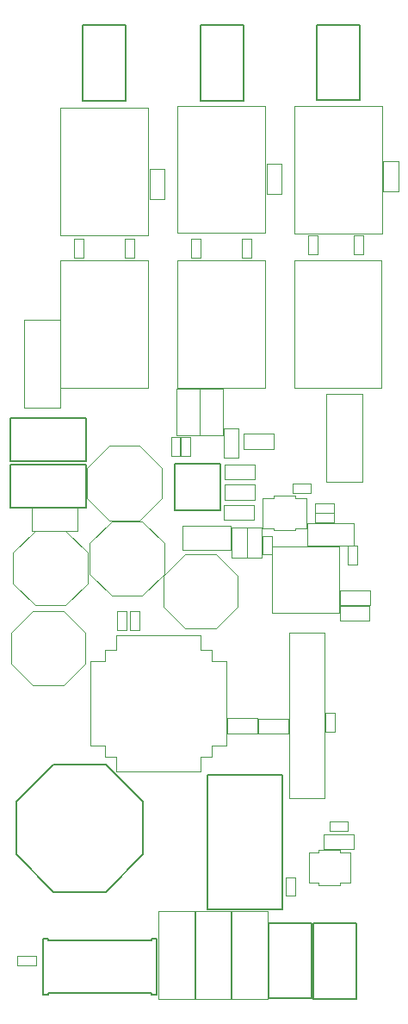
<source format=gbr>
%TF.GenerationSoftware,KiCad,Pcbnew,9.0.2*%
%TF.CreationDate,2025-08-16T18:35:03-07:00*%
%TF.ProjectId,Transmitter,5472616e-736d-4697-9474-65722e6b6963,rev?*%
%TF.SameCoordinates,Original*%
%TF.FileFunction,Other,User*%
%FSLAX46Y46*%
G04 Gerber Fmt 4.6, Leading zero omitted, Abs format (unit mm)*
G04 Created by KiCad (PCBNEW 9.0.2) date 2025-08-16 18:35:03*
%MOMM*%
%LPD*%
G01*
G04 APERTURE LIST*
%ADD10C,0.050000*%
%ADD11C,0.100000*%
%ADD12C,0.152400*%
%ADD13C,0.025400*%
G04 APERTURE END LIST*
D10*
%TO.C,R20*%
X117580000Y-94690000D02*
X114620000Y-94690000D01*
X117580000Y-93230000D02*
X117580000Y-94690000D01*
X114620000Y-94690000D02*
X114620000Y-93230000D01*
X114620000Y-93230000D02*
X117580000Y-93230000D01*
%TO.C,D1*%
X114527000Y-94685000D02*
X111567000Y-94685000D01*
X114527000Y-93225000D02*
X114527000Y-94685000D01*
X111567000Y-94685000D02*
X111567000Y-93225000D01*
X111567000Y-93225000D02*
X114527000Y-93225000D01*
%TO.C,U4*%
X119375000Y-74545000D02*
X119375000Y-71555000D01*
X119375000Y-71555000D02*
X118295000Y-71555000D01*
X118295000Y-74750000D02*
X118295000Y-74545000D01*
X118295000Y-74545000D02*
X119375000Y-74545000D01*
X118295000Y-71555000D02*
X118295000Y-71350000D01*
X118295000Y-71350000D02*
X116195000Y-71350000D01*
X116195000Y-74750000D02*
X118295000Y-74750000D01*
X116195000Y-74545000D02*
X116195000Y-74750000D01*
X116195000Y-71555000D02*
X115115000Y-71555000D01*
X116195000Y-71350000D02*
X116195000Y-71555000D01*
X115115000Y-74545000D02*
X116195000Y-74545000D01*
X115115000Y-71555000D02*
X115115000Y-74545000D01*
%TO.C,R16*%
X111190000Y-60867500D02*
X111190000Y-65427500D01*
X108930000Y-60867500D02*
X111190000Y-60867500D01*
X111190000Y-65427500D02*
X108930000Y-65427500D01*
X108930000Y-65427500D02*
X108930000Y-60867500D01*
%TO.C,R15*%
X108880000Y-60872500D02*
X108880000Y-65432500D01*
X106620000Y-60872500D02*
X108880000Y-60872500D01*
X108880000Y-65432500D02*
X106620000Y-65432500D01*
X106620000Y-65432500D02*
X106620000Y-60872500D01*
%TO.C,R13*%
X92345000Y-72520000D02*
X96905000Y-72520000D01*
X92345000Y-74780000D02*
X92345000Y-72520000D01*
X96905000Y-72520000D02*
X96905000Y-74780000D01*
X96905000Y-74780000D02*
X92345000Y-74780000D01*
%TO.C,R11*%
X124010000Y-76290000D02*
X119450000Y-76290000D01*
X124010000Y-74030000D02*
X124010000Y-76290000D01*
X119450000Y-76290000D02*
X119450000Y-74030000D01*
X119450000Y-74030000D02*
X124010000Y-74030000D01*
%TO.C,C11*%
X125635000Y-82100000D02*
X122675000Y-82100000D01*
X125635000Y-80640000D02*
X125635000Y-82100000D01*
X122675000Y-82100000D02*
X122675000Y-80640000D01*
X122675000Y-80640000D02*
X125635000Y-80640000D01*
%TO.C,C12*%
X122655000Y-82170000D02*
X125615000Y-82170000D01*
X122655000Y-83630000D02*
X122655000Y-82170000D01*
X125615000Y-82170000D02*
X125615000Y-83630000D01*
X125615000Y-83630000D02*
X122655000Y-83630000D01*
%TO.C,C6*%
X113570000Y-77435000D02*
X113570000Y-74475000D01*
X115030000Y-77435000D02*
X113570000Y-77435000D01*
X113570000Y-74475000D02*
X115030000Y-74475000D01*
X115030000Y-74475000D02*
X115030000Y-77435000D01*
%TO.C,C5*%
X112060000Y-77435000D02*
X112060000Y-74475000D01*
X113520000Y-77435000D02*
X112060000Y-77435000D01*
X112060000Y-74475000D02*
X113520000Y-74475000D01*
X113520000Y-74475000D02*
X113520000Y-77435000D01*
%TO.C,C1*%
X124040000Y-106056000D02*
X121080000Y-106056000D01*
X124040000Y-104596000D02*
X124040000Y-106056000D01*
X121080000Y-106056000D02*
X121080000Y-104596000D01*
X121080000Y-104596000D02*
X124040000Y-104596000D01*
%TO.C,C3*%
X117360000Y-108830000D02*
X118280000Y-108830000D01*
X117360000Y-110650000D02*
X117360000Y-108830000D01*
X118280000Y-108830000D02*
X118280000Y-110650000D01*
X118280000Y-110650000D02*
X117360000Y-110650000D01*
%TO.C,C13*%
X118010000Y-70140000D02*
X119830000Y-70140000D01*
X118010000Y-71060000D02*
X118010000Y-70140000D01*
X119830000Y-70140000D02*
X119830000Y-71060000D01*
X119830000Y-71060000D02*
X118010000Y-71060000D01*
D11*
%TO.C,Q5*%
X106700000Y-48250000D02*
X115300000Y-48250000D01*
X106700000Y-60750000D02*
X106700000Y-48250000D01*
X115300000Y-48250000D02*
X115300000Y-60750000D01*
X115300000Y-60750000D02*
X106700000Y-60750000D01*
D10*
%TO.C,C9*%
X115470000Y-38720000D02*
X116930000Y-38720000D01*
X115470000Y-41680000D02*
X115470000Y-38720000D01*
X116930000Y-38720000D02*
X116930000Y-41680000D01*
X116930000Y-41680000D02*
X115470000Y-41680000D01*
%TO.C,R19*%
X111270000Y-64695000D02*
X112730000Y-64695000D01*
X111270000Y-67655000D02*
X111270000Y-64695000D01*
X112730000Y-64695000D02*
X112730000Y-67655000D01*
X112730000Y-67655000D02*
X111270000Y-67655000D01*
D12*
%TO.C,J6*%
X115679100Y-113307700D02*
X115679100Y-120724500D01*
X115679100Y-120724500D02*
X119920900Y-120724500D01*
X119920900Y-113307700D02*
X115679100Y-113307700D01*
X119920900Y-120724500D02*
X119920900Y-113307700D01*
D10*
%TO.C,C19*%
X113245000Y-65270000D02*
X116205000Y-65270000D01*
X113245000Y-66730000D02*
X113245000Y-65270000D01*
X116205000Y-65270000D02*
X116205000Y-66730000D01*
X116205000Y-66730000D02*
X113245000Y-66730000D01*
D11*
%TO.C,Q6*%
X106700000Y-33050000D02*
X115300000Y-33050000D01*
X106700000Y-45550000D02*
X106700000Y-33050000D01*
X115300000Y-33050000D02*
X115300000Y-45550000D01*
X115300000Y-45550000D02*
X106700000Y-45550000D01*
D10*
%TO.C,C8*%
X103970000Y-39245000D02*
X105430000Y-39245000D01*
X103970000Y-42205000D02*
X103970000Y-39245000D01*
X105430000Y-39245000D02*
X105430000Y-42205000D01*
X105430000Y-42205000D02*
X103970000Y-42205000D01*
D12*
%TO.C,J7*%
X120079100Y-113351600D02*
X120079100Y-120768400D01*
X120079100Y-120768400D02*
X124320900Y-120768400D01*
X124320900Y-113351600D02*
X120079100Y-113351600D01*
X124320900Y-120768400D02*
X124320900Y-113351600D01*
D10*
%TO.C,R1*%
X121260000Y-92660000D02*
X122200000Y-92660000D01*
X121260000Y-94520000D02*
X121260000Y-92660000D01*
X122200000Y-92660000D02*
X122200000Y-94520000D01*
X122200000Y-94520000D02*
X121260000Y-94520000D01*
D11*
%TO.C,Q3*%
X95200000Y-33250000D02*
X103800000Y-33250000D01*
X95200000Y-45750000D02*
X95200000Y-33250000D01*
X103800000Y-33250000D02*
X103800000Y-45750000D01*
X103800000Y-45750000D02*
X95200000Y-45750000D01*
D12*
%TO.C,J2*%
X97359100Y-25121600D02*
X97359100Y-32538400D01*
X97359100Y-32538400D02*
X101600900Y-32538400D01*
X101600900Y-25121600D02*
X97359100Y-25121600D01*
X101600900Y-32538400D02*
X101600900Y-25121600D01*
%TO.C,U1*%
X109617000Y-98791100D02*
X109617000Y-111999100D01*
X109617000Y-111999100D02*
X116983000Y-111999100D01*
X116983000Y-98791100D02*
X109617000Y-98791100D01*
X116983000Y-111999100D02*
X116983000Y-98791100D01*
D10*
%TO.C,C2*%
X121670000Y-103366000D02*
X123490000Y-103366000D01*
X121670000Y-104286000D02*
X121670000Y-103366000D01*
X123490000Y-103366000D02*
X123490000Y-104286000D01*
X123490000Y-104286000D02*
X121670000Y-104286000D01*
%TO.C,R3*%
X100730000Y-82700000D02*
X101670000Y-82700000D01*
X100730000Y-84560000D02*
X100730000Y-82700000D01*
X101670000Y-82700000D02*
X101670000Y-84560000D01*
X101670000Y-84560000D02*
X100730000Y-84560000D01*
D12*
%TO.C,J9*%
X90305500Y-63747650D02*
X90305500Y-67989450D01*
X90305500Y-67989450D02*
X97722300Y-67989450D01*
X97722300Y-63747650D02*
X90305500Y-63747650D01*
X97722300Y-67989450D02*
X97722300Y-63747650D01*
D10*
%TO.C,R4*%
X101520000Y-46070000D02*
X102460000Y-46070000D01*
X101520000Y-47930000D02*
X101520000Y-46070000D01*
X102460000Y-46070000D02*
X102460000Y-47930000D01*
X102460000Y-47930000D02*
X101520000Y-47930000D01*
D12*
%TO.C,J1*%
X93502000Y-114886800D02*
X93502000Y-120347800D01*
X93502000Y-120347800D02*
X94010000Y-120347800D01*
X94010000Y-114886800D02*
X93502000Y-114886800D01*
X94010000Y-115039200D02*
X94010000Y-114886800D01*
X94010000Y-120220800D02*
X104170000Y-120220800D01*
X94010000Y-120347800D02*
X94010000Y-120220800D01*
X104170000Y-114886800D02*
X104170000Y-115039200D01*
X104170000Y-115039200D02*
X94010000Y-115039200D01*
X104170000Y-120220800D02*
X104170000Y-120347800D01*
X104170000Y-120347800D02*
X104678000Y-120347800D01*
X104678000Y-114886800D02*
X104170000Y-114886800D01*
X104678000Y-120347800D02*
X104678000Y-114886800D01*
D10*
%TO.C,R17*%
X111345000Y-70270000D02*
X114305000Y-70270000D01*
X111345000Y-71730000D02*
X111345000Y-70270000D01*
X114305000Y-70270000D02*
X114305000Y-71730000D01*
X114305000Y-71730000D02*
X111345000Y-71730000D01*
%TO.C,J12*%
X104830000Y-112150000D02*
X104830000Y-120770000D01*
X104830000Y-120770000D02*
X108370000Y-120770000D01*
X108370000Y-112150000D02*
X104830000Y-112150000D01*
X108370000Y-120770000D02*
X108370000Y-112150000D01*
%TO.C,U2*%
X98125000Y-87600000D02*
X99575000Y-87600000D01*
X98125000Y-95900000D02*
X98125000Y-87600000D01*
X99575000Y-86500000D02*
X100675000Y-86500000D01*
X99575000Y-87600000D02*
X99575000Y-86500000D01*
X99575000Y-95900000D02*
X98125000Y-95900000D01*
X99575000Y-97000000D02*
X99575000Y-95900000D01*
X100675000Y-85050000D02*
X108975000Y-85050000D01*
X100675000Y-86500000D02*
X100675000Y-85050000D01*
X100675000Y-97000000D02*
X99575000Y-97000000D01*
X100675000Y-98450000D02*
X100675000Y-97000000D01*
X108975000Y-85050000D02*
X108975000Y-86500000D01*
X108975000Y-86500000D02*
X110075000Y-86500000D01*
X108975000Y-97000000D02*
X108975000Y-98450000D01*
X108975000Y-98450000D02*
X100675000Y-98450000D01*
X110075000Y-86500000D02*
X110075000Y-87600000D01*
X110075000Y-87600000D02*
X111525000Y-87600000D01*
X110075000Y-95900000D02*
X110075000Y-97000000D01*
X110075000Y-97000000D02*
X108975000Y-97000000D01*
X111525000Y-87600000D02*
X111525000Y-95900000D01*
X111525000Y-95900000D02*
X110075000Y-95900000D01*
%TO.C,L2*%
X107225000Y-74300000D02*
X111925000Y-74300000D01*
X107225000Y-76700000D02*
X107225000Y-74300000D01*
X111925000Y-74300000D02*
X111925000Y-76700000D01*
X111925000Y-76700000D02*
X107225000Y-76700000D01*
D12*
%TO.C,J4*%
X108999100Y-25131600D02*
X108999100Y-32548400D01*
X108999100Y-32548400D02*
X113240900Y-32548400D01*
X113240900Y-25131600D02*
X108999100Y-25131600D01*
X113240900Y-32548400D02*
X113240900Y-25131600D01*
%TO.C,J8*%
X90285500Y-68257650D02*
X90285500Y-72499450D01*
X90285500Y-72499450D02*
X97702300Y-72499450D01*
X97702300Y-68257650D02*
X90285500Y-68257650D01*
X97702300Y-72499450D02*
X97702300Y-68257650D01*
D10*
%TO.C,J14*%
X108430000Y-112150000D02*
X108430000Y-120770000D01*
X108430000Y-120770000D02*
X111970000Y-120770000D01*
X111970000Y-112150000D02*
X108430000Y-112150000D01*
X111970000Y-120770000D02*
X111970000Y-112150000D01*
D11*
%TO.C,Q9*%
X118200000Y-48250000D02*
X126800000Y-48250000D01*
X118200000Y-60750000D02*
X118200000Y-48250000D01*
X126800000Y-48250000D02*
X126800000Y-60750000D01*
X126800000Y-60750000D02*
X118200000Y-60750000D01*
D10*
%TO.C,U3*%
X119612500Y-106380000D02*
X120612500Y-106380000D01*
X119612500Y-109380000D02*
X119612500Y-106380000D01*
X120612500Y-106180000D02*
X122712500Y-106180000D01*
X120612500Y-106380000D02*
X120612500Y-106180000D01*
X120612500Y-109380000D02*
X119612500Y-109380000D01*
X120612500Y-109580000D02*
X120612500Y-109380000D01*
X122712500Y-106180000D02*
X122712500Y-106380000D01*
X122712500Y-106380000D02*
X123712500Y-106380000D01*
X122712500Y-109380000D02*
X122712500Y-109580000D01*
X122712500Y-109580000D02*
X120612500Y-109580000D01*
X123712500Y-106380000D02*
X123712500Y-109380000D01*
X123712500Y-109380000D02*
X122712500Y-109380000D01*
%TO.C,J13*%
X112030000Y-112150000D02*
X112030000Y-120770000D01*
X112030000Y-120770000D02*
X115570000Y-120770000D01*
X115570000Y-112150000D02*
X112030000Y-112150000D01*
X115570000Y-120770000D02*
X115570000Y-112150000D01*
%TO.C,R8*%
X113030000Y-46080000D02*
X113970000Y-46080000D01*
X113030000Y-47940000D02*
X113030000Y-46080000D01*
X113970000Y-46080000D02*
X113970000Y-47940000D01*
X113970000Y-47940000D02*
X113030000Y-47940000D01*
D11*
%TO.C,Q1*%
X95200000Y-48250000D02*
X103800000Y-48250000D01*
X95200000Y-60750000D02*
X95200000Y-48250000D01*
X103800000Y-48250000D02*
X103800000Y-60750000D01*
X103800000Y-60750000D02*
X95200000Y-60750000D01*
D10*
%TO.C,R7*%
X120220000Y-72060000D02*
X122080000Y-72060000D01*
X120220000Y-73000000D02*
X120220000Y-72060000D01*
X122080000Y-72060000D02*
X122080000Y-73000000D01*
X122080000Y-73000000D02*
X120220000Y-73000000D01*
%TO.C,C21*%
X111245000Y-72270000D02*
X114205000Y-72270000D01*
X111245000Y-73730000D02*
X111245000Y-72270000D01*
X114205000Y-72270000D02*
X114205000Y-73730000D01*
X114205000Y-73730000D02*
X111245000Y-73730000D01*
%TO.C,C22*%
X106060000Y-65590000D02*
X106980000Y-65590000D01*
X106060000Y-67410000D02*
X106060000Y-65590000D01*
X106980000Y-65590000D02*
X106980000Y-67410000D01*
X106980000Y-67410000D02*
X106060000Y-67410000D01*
%TO.C,L1*%
X116000000Y-76350000D02*
X116000000Y-82850000D01*
X116000000Y-82850000D02*
X122600000Y-82850000D01*
X122600000Y-76350000D02*
X116000000Y-76350000D01*
X122600000Y-82850000D02*
X122600000Y-76350000D01*
%TO.C,C14*%
X123440000Y-76290000D02*
X124360000Y-76290000D01*
X123440000Y-78110000D02*
X123440000Y-76290000D01*
X124360000Y-76290000D02*
X124360000Y-78110000D01*
X124360000Y-78110000D02*
X123440000Y-78110000D01*
%TO.C,R9*%
X108030000Y-46080000D02*
X108970000Y-46080000D01*
X108030000Y-47940000D02*
X108030000Y-46080000D01*
X108970000Y-46080000D02*
X108970000Y-47940000D01*
X108970000Y-47940000D02*
X108030000Y-47940000D01*
%TO.C,R10*%
X120210000Y-73030000D02*
X122070000Y-73030000D01*
X120210000Y-73970000D02*
X120210000Y-73030000D01*
X122070000Y-73030000D02*
X122070000Y-73970000D01*
X122070000Y-73970000D02*
X120210000Y-73970000D01*
D13*
%TO.C,C15*%
X90342400Y-84843929D02*
X92493929Y-82692400D01*
X90342400Y-87856071D02*
X90342400Y-84843929D01*
X92493929Y-82692400D02*
X95506071Y-82692400D01*
X92493929Y-90007600D02*
X90342400Y-87856071D01*
X95506071Y-82692400D02*
X97657600Y-84843929D01*
X95506071Y-90007600D02*
X92493929Y-90007600D01*
X97657600Y-84843929D02*
X97657600Y-87856071D01*
X97657600Y-87856071D02*
X95506071Y-90007600D01*
D12*
%TO.C,U5*%
X106450800Y-68743600D02*
X106454400Y-68743600D01*
X106450800Y-72256400D02*
X106450800Y-68743600D01*
X106454400Y-68246004D02*
X106951736Y-68246004D01*
X106454400Y-68743600D02*
X106454400Y-68246004D01*
X106454400Y-72256400D02*
X106450800Y-72256400D01*
X106454400Y-72753996D02*
X106454400Y-72256400D01*
X106951736Y-68242400D02*
X110465064Y-68242400D01*
X106951736Y-68246004D02*
X106951736Y-68242400D01*
X106951736Y-72753996D02*
X106454400Y-72753996D01*
X106951736Y-72757600D02*
X106951736Y-72753996D01*
X110465064Y-68242400D02*
X110465064Y-68246004D01*
X110465064Y-68246004D02*
X110962400Y-68246004D01*
X110465064Y-72753996D02*
X110465064Y-72757600D01*
X110465064Y-72757600D02*
X106951736Y-72757600D01*
X110962400Y-68246004D02*
X110962400Y-68743600D01*
X110962400Y-68743600D02*
X110966000Y-68743600D01*
X110962400Y-72256400D02*
X110962400Y-72753996D01*
X110962400Y-72753996D02*
X110465064Y-72753996D01*
X110966000Y-68743600D02*
X110966000Y-72256400D01*
X110966000Y-72256400D02*
X110962400Y-72256400D01*
D10*
%TO.C,R5*%
X119530000Y-45780000D02*
X120470000Y-45780000D01*
X119530000Y-47640000D02*
X119530000Y-45780000D01*
X120470000Y-45780000D02*
X120470000Y-47640000D01*
X120470000Y-47640000D02*
X119530000Y-47640000D01*
D13*
%TO.C,C20*%
X97822400Y-68613929D02*
X99973929Y-66462400D01*
X97822400Y-71626071D02*
X97822400Y-68613929D01*
X99973929Y-66462400D02*
X102986071Y-66462400D01*
X99973929Y-73777600D02*
X97822400Y-71626071D01*
X102986071Y-66462400D02*
X105137600Y-68613929D01*
X102986071Y-73777600D02*
X99973929Y-73777600D01*
X105137600Y-68613929D02*
X105137600Y-71626071D01*
X105137600Y-71626071D02*
X102986071Y-73777600D01*
D10*
%TO.C,C10*%
X126970000Y-38490000D02*
X128430000Y-38490000D01*
X126970000Y-41450000D02*
X126970000Y-38490000D01*
X128430000Y-38490000D02*
X128430000Y-41450000D01*
X128430000Y-41450000D02*
X126970000Y-41450000D01*
%TO.C,R2*%
X90980000Y-116530000D02*
X92840000Y-116530000D01*
X90980000Y-117470000D02*
X90980000Y-116530000D01*
X92840000Y-116530000D02*
X92840000Y-117470000D01*
X92840000Y-117470000D02*
X90980000Y-117470000D01*
D12*
%TO.C,SW1*%
X90851595Y-101427130D02*
X94527125Y-97751600D01*
X90851595Y-106572870D02*
X90851595Y-101427130D01*
X94527125Y-97751600D02*
X99672865Y-97751600D01*
X94527125Y-110248400D02*
X90851595Y-106572870D01*
X99672865Y-97751600D02*
X103348395Y-101427130D01*
X99672865Y-110248400D02*
X94527125Y-110248400D01*
X103348395Y-101427130D02*
X103348395Y-106572870D01*
X103348395Y-106572870D02*
X99672865Y-110248400D01*
D13*
%TO.C,C18*%
X98092400Y-75993929D02*
X100243929Y-73842400D01*
X98092400Y-79006071D02*
X98092400Y-75993929D01*
X100243929Y-73842400D02*
X103256071Y-73842400D01*
X100243929Y-81157600D02*
X98092400Y-79006071D01*
X103256071Y-73842400D02*
X105407600Y-75993929D01*
X103256071Y-81157600D02*
X100243929Y-81157600D01*
X105407600Y-75993929D02*
X105407600Y-79006071D01*
X105407600Y-79006071D02*
X103256071Y-81157600D01*
D10*
%TO.C,J11*%
X121330000Y-61330000D02*
X121330000Y-69950000D01*
X121330000Y-69950000D02*
X124870000Y-69950000D01*
X124870000Y-61330000D02*
X121330000Y-61330000D01*
X124870000Y-69950000D02*
X124870000Y-61330000D01*
D12*
%TO.C,J5*%
X120439100Y-25101600D02*
X120439100Y-32518400D01*
X120439100Y-32518400D02*
X124680900Y-32518400D01*
X124680900Y-25101600D02*
X120439100Y-25101600D01*
X124680900Y-32518400D02*
X124680900Y-25101600D01*
D10*
%TO.C,R6*%
X96520000Y-46070000D02*
X97460000Y-46070000D01*
X96520000Y-47930000D02*
X96520000Y-46070000D01*
X97460000Y-46070000D02*
X97460000Y-47930000D01*
X97460000Y-47930000D02*
X96520000Y-47930000D01*
%TO.C,C4*%
X102040000Y-82710000D02*
X102960000Y-82710000D01*
X102040000Y-84530000D02*
X102040000Y-82710000D01*
X102960000Y-82710000D02*
X102960000Y-84530000D01*
X102960000Y-84530000D02*
X102040000Y-84530000D01*
D13*
%TO.C,C17*%
X90542400Y-76943929D02*
X92693929Y-74792400D01*
X90542400Y-79956071D02*
X90542400Y-76943929D01*
X92693929Y-74792400D02*
X95706071Y-74792400D01*
X92693929Y-82107600D02*
X90542400Y-79956071D01*
X95706071Y-74792400D02*
X97857600Y-76943929D01*
X95706071Y-82107600D02*
X92693929Y-82107600D01*
X97857600Y-76943929D02*
X97857600Y-79956071D01*
X97857600Y-79956071D02*
X95706071Y-82107600D01*
D10*
%TO.C,J3*%
X117670000Y-84800000D02*
X117670000Y-101040000D01*
X117670000Y-101040000D02*
X121210000Y-101040000D01*
X121210000Y-84800000D02*
X117670000Y-84800000D01*
X121210000Y-101040000D02*
X121210000Y-84800000D01*
%TO.C,R12*%
X124020000Y-45780000D02*
X124960000Y-45780000D01*
X124020000Y-47640000D02*
X124020000Y-45780000D01*
X124960000Y-45780000D02*
X124960000Y-47640000D01*
X124960000Y-47640000D02*
X124020000Y-47640000D01*
%TO.C,R18*%
X107030000Y-65570000D02*
X107970000Y-65570000D01*
X107030000Y-67430000D02*
X107030000Y-65570000D01*
X107970000Y-65570000D02*
X107970000Y-67430000D01*
X107970000Y-67430000D02*
X107030000Y-67430000D01*
%TO.C,J10*%
X91630000Y-54090000D02*
X91630000Y-62710000D01*
X91630000Y-62710000D02*
X95170000Y-62710000D01*
X95170000Y-54090000D02*
X91630000Y-54090000D01*
X95170000Y-62710000D02*
X95170000Y-54090000D01*
%TO.C,R14*%
X111345000Y-68270000D02*
X114305000Y-68270000D01*
X111345000Y-69730000D02*
X111345000Y-68270000D01*
X114305000Y-68270000D02*
X114305000Y-69730000D01*
X114305000Y-69730000D02*
X111345000Y-69730000D01*
D13*
%TO.C,C16*%
X105342400Y-79243929D02*
X107493929Y-77092400D01*
X105342400Y-82256071D02*
X105342400Y-79243929D01*
X107493929Y-77092400D02*
X110506071Y-77092400D01*
X107493929Y-84407600D02*
X105342400Y-82256071D01*
X110506071Y-77092400D02*
X112657600Y-79243929D01*
X110506071Y-84407600D02*
X107493929Y-84407600D01*
X112657600Y-79243929D02*
X112657600Y-82256071D01*
X112657600Y-82256071D02*
X110506071Y-84407600D01*
D10*
%TO.C,C7*%
X115060000Y-75290000D02*
X115980000Y-75290000D01*
X115060000Y-77110000D02*
X115060000Y-75290000D01*
X115980000Y-75290000D02*
X115980000Y-77110000D01*
X115980000Y-77110000D02*
X115060000Y-77110000D01*
D11*
%TO.C,Q10*%
X118230000Y-33070000D02*
X126830000Y-33070000D01*
X118230000Y-45570000D02*
X118230000Y-33070000D01*
X126830000Y-33070000D02*
X126830000Y-45570000D01*
X126830000Y-45570000D02*
X118230000Y-45570000D01*
%TD*%
M02*

</source>
